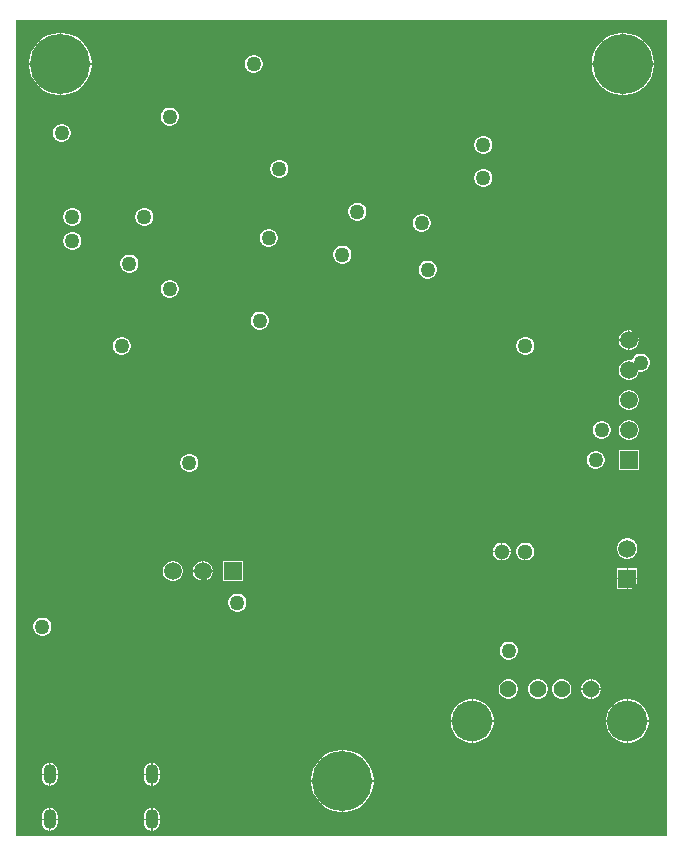
<source format=gbr>
G04*
G04 #@! TF.GenerationSoftware,Altium Limited,Altium Designer,25.2.1 (25)*
G04*
G04 Layer_Physical_Order=3*
G04 Layer_Color=16440176*
%FSLAX25Y25*%
%MOIN*%
G70*
G04*
G04 #@! TF.SameCoordinates,CDFB58AD-87DA-4B59-9970-4E5CFD4F10CE*
G04*
G04*
G04 #@! TF.FilePolarity,Positive*
G04*
G01*
G75*
G04:AMPARAMS|DCode=60|XSize=43.31mil|YSize=66.93mil|CornerRadius=21.65mil|HoleSize=0mil|Usage=FLASHONLY|Rotation=0.000|XOffset=0mil|YOffset=0mil|HoleType=Round|Shape=RoundedRectangle|*
%AMROUNDEDRECTD60*
21,1,0.04331,0.02362,0,0,0.0*
21,1,0.00000,0.06693,0,0,0.0*
1,1,0.04331,0.00000,-0.01181*
1,1,0.04331,0.00000,-0.01181*
1,1,0.04331,0.00000,0.01181*
1,1,0.04331,0.00000,0.01181*
%
%ADD60ROUNDEDRECTD60*%
%ADD70R,0.05906X0.05906*%
%ADD71C,0.05906*%
%ADD72C,0.13583*%
%ADD73C,0.05634*%
%ADD74C,0.20000*%
%ADD75R,0.05906X0.05906*%
%ADD76C,0.05118*%
%ADD77C,0.05000*%
G36*
X699199Y108155D02*
X698845Y107801D01*
X696929Y107801D01*
X696929Y107801D01*
X695929Y107801D01*
X695929Y107801D01*
X482301Y107801D01*
X482301Y379699D01*
X699199Y379699D01*
X699199Y108155D01*
D02*
G37*
%LPC*%
G36*
X685319Y375400D02*
X684700D01*
Y365200D01*
X694900D01*
Y365819D01*
X694644Y367435D01*
X694138Y368992D01*
X693395Y370451D01*
X692433Y371775D01*
X691275Y372933D01*
X689951Y373895D01*
X688492Y374638D01*
X686935Y375144D01*
X685319Y375400D01*
D02*
G37*
G36*
X684300D02*
X683681D01*
X682065Y375144D01*
X680508Y374638D01*
X679049Y373895D01*
X677725Y372933D01*
X676567Y371775D01*
X675605Y370451D01*
X674862Y368992D01*
X674356Y367435D01*
X674100Y365819D01*
Y365200D01*
X684300D01*
Y375400D01*
D02*
G37*
G36*
X497819D02*
X497200D01*
Y365200D01*
X507400D01*
Y365819D01*
X507144Y367435D01*
X506638Y368992D01*
X505895Y370451D01*
X504933Y371775D01*
X503775Y372933D01*
X502451Y373895D01*
X500992Y374638D01*
X499435Y375144D01*
X497819Y375400D01*
D02*
G37*
G36*
X496800D02*
X496181D01*
X494565Y375144D01*
X493008Y374638D01*
X491549Y373895D01*
X490225Y372933D01*
X489067Y371775D01*
X488105Y370451D01*
X487362Y368992D01*
X486856Y367435D01*
X486600Y365819D01*
Y365200D01*
X496800D01*
Y375400D01*
D02*
G37*
G36*
X561895Y368000D02*
X561105D01*
X560342Y367796D01*
X559658Y367401D01*
X559099Y366842D01*
X558704Y366158D01*
X558500Y365395D01*
Y364605D01*
X558704Y363842D01*
X559099Y363158D01*
X559658Y362599D01*
X560342Y362204D01*
X561105Y362000D01*
X561895D01*
X562658Y362204D01*
X563342Y362599D01*
X563901Y363158D01*
X564296Y363842D01*
X564500Y364605D01*
Y365395D01*
X564296Y366158D01*
X563901Y366842D01*
X563342Y367401D01*
X562658Y367796D01*
X561895Y368000D01*
D02*
G37*
G36*
X694900Y364800D02*
X684700D01*
Y354600D01*
X685319D01*
X686935Y354856D01*
X688492Y355362D01*
X689951Y356105D01*
X691275Y357067D01*
X692433Y358225D01*
X693395Y359549D01*
X694138Y361008D01*
X694644Y362565D01*
X694900Y364181D01*
Y364800D01*
D02*
G37*
G36*
X684300D02*
X674100D01*
Y364181D01*
X674356Y362565D01*
X674862Y361008D01*
X675605Y359549D01*
X676567Y358225D01*
X677725Y357067D01*
X679049Y356105D01*
X680508Y355362D01*
X682065Y354856D01*
X683681Y354600D01*
X684300D01*
Y364800D01*
D02*
G37*
G36*
X507400D02*
X497200D01*
Y354600D01*
X497819D01*
X499435Y354856D01*
X500992Y355362D01*
X502451Y356105D01*
X503775Y357067D01*
X504933Y358225D01*
X505895Y359549D01*
X506638Y361008D01*
X507144Y362565D01*
X507400Y364181D01*
Y364800D01*
D02*
G37*
G36*
X496800D02*
X486600D01*
Y364181D01*
X486856Y362565D01*
X487362Y361008D01*
X488105Y359549D01*
X489067Y358225D01*
X490225Y357067D01*
X491549Y356105D01*
X493008Y355362D01*
X494565Y354856D01*
X496181Y354600D01*
X496800D01*
Y364800D01*
D02*
G37*
G36*
X533895Y350500D02*
X533105D01*
X532342Y350296D01*
X531658Y349901D01*
X531099Y349342D01*
X530704Y348658D01*
X530500Y347895D01*
Y347105D01*
X530704Y346342D01*
X531099Y345658D01*
X531658Y345099D01*
X532342Y344704D01*
X533105Y344500D01*
X533895D01*
X534658Y344704D01*
X535342Y345099D01*
X535901Y345658D01*
X536296Y346342D01*
X536500Y347105D01*
Y347895D01*
X536296Y348658D01*
X535901Y349342D01*
X535342Y349901D01*
X534658Y350296D01*
X533895Y350500D01*
D02*
G37*
G36*
X497895Y345000D02*
X497105D01*
X496342Y344796D01*
X495658Y344401D01*
X495099Y343842D01*
X494704Y343158D01*
X494500Y342395D01*
Y341605D01*
X494704Y340842D01*
X495099Y340158D01*
X495658Y339599D01*
X496342Y339204D01*
X497105Y339000D01*
X497895D01*
X498658Y339204D01*
X499342Y339599D01*
X499901Y340158D01*
X500296Y340842D01*
X500500Y341605D01*
Y342395D01*
X500296Y343158D01*
X499901Y343842D01*
X499342Y344401D01*
X498658Y344796D01*
X497895Y345000D01*
D02*
G37*
G36*
X638395Y341000D02*
X637605D01*
X636842Y340796D01*
X636158Y340401D01*
X635599Y339842D01*
X635204Y339158D01*
X635000Y338395D01*
Y337605D01*
X635204Y336842D01*
X635599Y336158D01*
X636158Y335599D01*
X636842Y335204D01*
X637605Y335000D01*
X638395D01*
X639158Y335204D01*
X639842Y335599D01*
X640401Y336158D01*
X640796Y336842D01*
X641000Y337605D01*
Y338395D01*
X640796Y339158D01*
X640401Y339842D01*
X639842Y340401D01*
X639158Y340796D01*
X638395Y341000D01*
D02*
G37*
G36*
X570395Y333000D02*
X569605D01*
X568842Y332796D01*
X568158Y332401D01*
X567599Y331842D01*
X567204Y331158D01*
X567000Y330395D01*
Y329605D01*
X567204Y328842D01*
X567599Y328158D01*
X568158Y327599D01*
X568842Y327204D01*
X569605Y327000D01*
X570395D01*
X571158Y327204D01*
X571842Y327599D01*
X572401Y328158D01*
X572796Y328842D01*
X573000Y329605D01*
Y330395D01*
X572796Y331158D01*
X572401Y331842D01*
X571842Y332401D01*
X571158Y332796D01*
X570395Y333000D01*
D02*
G37*
G36*
X638395Y330000D02*
X637605D01*
X636842Y329796D01*
X636158Y329401D01*
X635599Y328842D01*
X635204Y328158D01*
X635000Y327395D01*
Y326605D01*
X635204Y325842D01*
X635599Y325158D01*
X636158Y324599D01*
X636842Y324204D01*
X637605Y324000D01*
X638395D01*
X639158Y324204D01*
X639842Y324599D01*
X640401Y325158D01*
X640796Y325842D01*
X641000Y326605D01*
Y327395D01*
X640796Y328158D01*
X640401Y328842D01*
X639842Y329401D01*
X639158Y329796D01*
X638395Y330000D01*
D02*
G37*
G36*
X596395Y318750D02*
X595605D01*
X594842Y318546D01*
X594158Y318151D01*
X593599Y317592D01*
X593204Y316908D01*
X593000Y316145D01*
Y315355D01*
X593204Y314592D01*
X593599Y313908D01*
X594158Y313349D01*
X594842Y312954D01*
X595605Y312750D01*
X596395D01*
X597158Y312954D01*
X597842Y313349D01*
X598401Y313908D01*
X598796Y314592D01*
X599000Y315355D01*
Y316145D01*
X598796Y316908D01*
X598401Y317592D01*
X597842Y318151D01*
X597158Y318546D01*
X596395Y318750D01*
D02*
G37*
G36*
X525395Y317000D02*
X524605D01*
X523842Y316796D01*
X523158Y316401D01*
X522599Y315842D01*
X522204Y315158D01*
X522000Y314395D01*
Y313605D01*
X522204Y312842D01*
X522599Y312158D01*
X523158Y311599D01*
X523842Y311204D01*
X524605Y311000D01*
X525395D01*
X526158Y311204D01*
X526842Y311599D01*
X527401Y312158D01*
X527796Y312842D01*
X528000Y313605D01*
Y314395D01*
X527796Y315158D01*
X527401Y315842D01*
X526842Y316401D01*
X526158Y316796D01*
X525395Y317000D01*
D02*
G37*
G36*
X501395D02*
X500605D01*
X499842Y316796D01*
X499158Y316401D01*
X498599Y315842D01*
X498204Y315158D01*
X498000Y314395D01*
Y313605D01*
X498204Y312842D01*
X498599Y312158D01*
X499158Y311599D01*
X499842Y311204D01*
X500605Y311000D01*
X501395D01*
X502158Y311204D01*
X502842Y311599D01*
X503401Y312158D01*
X503796Y312842D01*
X504000Y313605D01*
Y314395D01*
X503796Y315158D01*
X503401Y315842D01*
X502842Y316401D01*
X502158Y316796D01*
X501395Y317000D01*
D02*
G37*
G36*
X617895Y315000D02*
X617105D01*
X616342Y314796D01*
X615658Y314401D01*
X615099Y313842D01*
X614704Y313158D01*
X614500Y312395D01*
Y311605D01*
X614704Y310842D01*
X615099Y310158D01*
X615658Y309599D01*
X616342Y309204D01*
X617105Y309000D01*
X617895D01*
X618658Y309204D01*
X619342Y309599D01*
X619901Y310158D01*
X620296Y310842D01*
X620500Y311605D01*
Y312395D01*
X620296Y313158D01*
X619901Y313842D01*
X619342Y314401D01*
X618658Y314796D01*
X617895Y315000D01*
D02*
G37*
G36*
X566895Y310000D02*
X566105D01*
X565342Y309796D01*
X564658Y309401D01*
X564099Y308842D01*
X563704Y308158D01*
X563500Y307395D01*
Y306605D01*
X563704Y305842D01*
X564099Y305158D01*
X564658Y304599D01*
X565342Y304204D01*
X566105Y304000D01*
X566895D01*
X567658Y304204D01*
X568342Y304599D01*
X568901Y305158D01*
X569296Y305842D01*
X569500Y306605D01*
Y307395D01*
X569296Y308158D01*
X568901Y308842D01*
X568342Y309401D01*
X567658Y309796D01*
X566895Y310000D01*
D02*
G37*
G36*
X501395Y309000D02*
X500605D01*
X499842Y308796D01*
X499158Y308401D01*
X498599Y307842D01*
X498204Y307158D01*
X498000Y306395D01*
Y305605D01*
X498204Y304842D01*
X498599Y304158D01*
X499158Y303599D01*
X499842Y303204D01*
X500605Y303000D01*
X501395D01*
X502158Y303204D01*
X502842Y303599D01*
X503401Y304158D01*
X503796Y304842D01*
X504000Y305605D01*
Y306395D01*
X503796Y307158D01*
X503401Y307842D01*
X502842Y308401D01*
X502158Y308796D01*
X501395Y309000D01*
D02*
G37*
G36*
X591395Y304500D02*
X590605D01*
X589842Y304296D01*
X589158Y303901D01*
X588599Y303342D01*
X588204Y302658D01*
X588000Y301895D01*
Y301105D01*
X588204Y300342D01*
X588599Y299658D01*
X589158Y299099D01*
X589842Y298704D01*
X590605Y298500D01*
X591395D01*
X592158Y298704D01*
X592842Y299099D01*
X593401Y299658D01*
X593796Y300342D01*
X594000Y301105D01*
Y301895D01*
X593796Y302658D01*
X593401Y303342D01*
X592842Y303901D01*
X592158Y304296D01*
X591395Y304500D01*
D02*
G37*
G36*
X520395Y301500D02*
X519605D01*
X518842Y301296D01*
X518158Y300901D01*
X517599Y300342D01*
X517204Y299658D01*
X517000Y298895D01*
Y298105D01*
X517204Y297342D01*
X517599Y296658D01*
X518158Y296099D01*
X518842Y295704D01*
X519605Y295500D01*
X520395D01*
X521158Y295704D01*
X521842Y296099D01*
X522401Y296658D01*
X522796Y297342D01*
X523000Y298105D01*
Y298895D01*
X522796Y299658D01*
X522401Y300342D01*
X521842Y300901D01*
X521158Y301296D01*
X520395Y301500D01*
D02*
G37*
G36*
X619895Y299500D02*
X619105D01*
X618342Y299296D01*
X617658Y298901D01*
X617099Y298342D01*
X616704Y297658D01*
X616500Y296895D01*
Y296105D01*
X616704Y295342D01*
X617099Y294658D01*
X617658Y294099D01*
X618342Y293704D01*
X619105Y293500D01*
X619895D01*
X620658Y293704D01*
X621342Y294099D01*
X621901Y294658D01*
X622296Y295342D01*
X622500Y296105D01*
Y296895D01*
X622296Y297658D01*
X621901Y298342D01*
X621342Y298901D01*
X620658Y299296D01*
X619895Y299500D01*
D02*
G37*
G36*
X533895Y293000D02*
X533105D01*
X532342Y292796D01*
X531658Y292401D01*
X531099Y291842D01*
X530704Y291158D01*
X530500Y290395D01*
Y289605D01*
X530704Y288842D01*
X531099Y288158D01*
X531658Y287599D01*
X532342Y287204D01*
X533105Y287000D01*
X533895D01*
X534658Y287204D01*
X535342Y287599D01*
X535901Y288158D01*
X536296Y288842D01*
X536500Y289605D01*
Y290395D01*
X536296Y291158D01*
X535901Y291842D01*
X535342Y292401D01*
X534658Y292796D01*
X533895Y293000D01*
D02*
G37*
G36*
X563895Y282500D02*
X563105D01*
X562342Y282296D01*
X561658Y281901D01*
X561099Y281342D01*
X560704Y280658D01*
X560500Y279895D01*
Y279105D01*
X560704Y278342D01*
X561099Y277658D01*
X561658Y277099D01*
X562342Y276704D01*
X563105Y276500D01*
X563895D01*
X564658Y276704D01*
X565342Y277099D01*
X565901Y277658D01*
X566296Y278342D01*
X566500Y279105D01*
Y279895D01*
X566296Y280658D01*
X565901Y281342D01*
X565342Y281901D01*
X564658Y282296D01*
X563895Y282500D01*
D02*
G37*
G36*
X686941Y276353D02*
X686700D01*
Y273200D01*
X689853D01*
Y273441D01*
X689624Y274294D01*
X689183Y275059D01*
X688559Y275683D01*
X687794Y276124D01*
X686941Y276353D01*
D02*
G37*
G36*
X686300D02*
X686059D01*
X685206Y276124D01*
X684441Y275683D01*
X683817Y275059D01*
X683376Y274294D01*
X683147Y273441D01*
Y273200D01*
X686300D01*
Y276353D01*
D02*
G37*
G36*
X689853Y272800D02*
X686700D01*
Y269647D01*
X686941D01*
X687794Y269876D01*
X688559Y270317D01*
X689183Y270941D01*
X689624Y271706D01*
X689853Y272559D01*
Y272800D01*
D02*
G37*
G36*
X686300D02*
X683147D01*
Y272559D01*
X683376Y271706D01*
X683817Y270941D01*
X684441Y270317D01*
X685206Y269876D01*
X686059Y269647D01*
X686300D01*
Y272800D01*
D02*
G37*
G36*
X652395Y274000D02*
X651605D01*
X650842Y273796D01*
X650158Y273401D01*
X649599Y272842D01*
X649204Y272158D01*
X649000Y271395D01*
Y270605D01*
X649204Y269842D01*
X649599Y269158D01*
X650158Y268599D01*
X650842Y268204D01*
X651605Y268000D01*
X652395D01*
X653158Y268204D01*
X653842Y268599D01*
X654401Y269158D01*
X654796Y269842D01*
X655000Y270605D01*
Y271395D01*
X654796Y272158D01*
X654401Y272842D01*
X653842Y273401D01*
X653158Y273796D01*
X652395Y274000D01*
D02*
G37*
G36*
X517895D02*
X517105D01*
X516342Y273796D01*
X515658Y273401D01*
X515099Y272842D01*
X514704Y272158D01*
X514500Y271395D01*
Y270605D01*
X514704Y269842D01*
X515099Y269158D01*
X515658Y268599D01*
X516342Y268204D01*
X517105Y268000D01*
X517895D01*
X518658Y268204D01*
X519342Y268599D01*
X519901Y269158D01*
X520296Y269842D01*
X520500Y270605D01*
Y271395D01*
X520296Y272158D01*
X519901Y272842D01*
X519342Y273401D01*
X518658Y273796D01*
X517895Y274000D01*
D02*
G37*
G36*
X690895Y268500D02*
X690105D01*
X689342Y268296D01*
X688658Y267901D01*
X688099Y267342D01*
X687704Y266658D01*
X687669Y266524D01*
X687235Y266274D01*
X686941Y266353D01*
X686059D01*
X685206Y266124D01*
X684441Y265683D01*
X683817Y265059D01*
X683376Y264294D01*
X683147Y263441D01*
Y262559D01*
X683376Y261706D01*
X683817Y260941D01*
X684441Y260317D01*
X685206Y259876D01*
X686059Y259647D01*
X686941D01*
X687794Y259876D01*
X688559Y260317D01*
X689183Y260941D01*
X689624Y261706D01*
X689853Y262559D01*
X689861Y262565D01*
X690105Y262500D01*
X690895D01*
X691658Y262704D01*
X692342Y263099D01*
X692901Y263658D01*
X693296Y264342D01*
X693500Y265105D01*
Y265895D01*
X693296Y266658D01*
X692901Y267342D01*
X692342Y267901D01*
X691658Y268296D01*
X690895Y268500D01*
D02*
G37*
G36*
X686941Y256353D02*
X686059D01*
X685206Y256124D01*
X684441Y255683D01*
X683817Y255059D01*
X683376Y254294D01*
X683147Y253441D01*
Y252559D01*
X683376Y251706D01*
X683817Y250941D01*
X684441Y250317D01*
X685206Y249876D01*
X686059Y249647D01*
X686941D01*
X687794Y249876D01*
X688559Y250317D01*
X689183Y250941D01*
X689624Y251706D01*
X689853Y252559D01*
Y253441D01*
X689624Y254294D01*
X689183Y255059D01*
X688559Y255683D01*
X687794Y256124D01*
X686941Y256353D01*
D02*
G37*
G36*
X677895Y246000D02*
X677105D01*
X676342Y245796D01*
X675658Y245401D01*
X675099Y244842D01*
X674704Y244158D01*
X674500Y243395D01*
Y242605D01*
X674704Y241842D01*
X675099Y241158D01*
X675658Y240599D01*
X676342Y240204D01*
X677105Y240000D01*
X677895D01*
X678658Y240204D01*
X679342Y240599D01*
X679901Y241158D01*
X680296Y241842D01*
X680500Y242605D01*
Y243395D01*
X680296Y244158D01*
X679901Y244842D01*
X679342Y245401D01*
X678658Y245796D01*
X677895Y246000D01*
D02*
G37*
G36*
X686941Y246353D02*
X686059D01*
X685206Y246124D01*
X684441Y245683D01*
X683817Y245059D01*
X683376Y244294D01*
X683147Y243441D01*
Y242559D01*
X683376Y241706D01*
X683817Y240941D01*
X684441Y240317D01*
X685206Y239876D01*
X686059Y239647D01*
X686941D01*
X687794Y239876D01*
X688559Y240317D01*
X689183Y240941D01*
X689624Y241706D01*
X689853Y242559D01*
Y243441D01*
X689624Y244294D01*
X689183Y245059D01*
X688559Y245683D01*
X687794Y246124D01*
X686941Y246353D01*
D02*
G37*
G36*
X675895Y236000D02*
X675105D01*
X674342Y235796D01*
X673658Y235401D01*
X673099Y234842D01*
X672704Y234158D01*
X672500Y233395D01*
Y232605D01*
X672704Y231842D01*
X673099Y231158D01*
X673658Y230599D01*
X674342Y230204D01*
X675105Y230000D01*
X675895D01*
X676658Y230204D01*
X677342Y230599D01*
X677901Y231158D01*
X678296Y231842D01*
X678500Y232605D01*
Y233395D01*
X678296Y234158D01*
X677901Y234842D01*
X677342Y235401D01*
X676658Y235796D01*
X675895Y236000D01*
D02*
G37*
G36*
X689853Y236353D02*
X683147D01*
Y229647D01*
X689853D01*
Y236353D01*
D02*
G37*
G36*
X540395Y235000D02*
X539605D01*
X538842Y234796D01*
X538158Y234401D01*
X537599Y233842D01*
X537204Y233158D01*
X537000Y232395D01*
Y231605D01*
X537204Y230842D01*
X537599Y230158D01*
X538158Y229599D01*
X538842Y229204D01*
X539605Y229000D01*
X540395D01*
X541158Y229204D01*
X541842Y229599D01*
X542401Y230158D01*
X542796Y230842D01*
X543000Y231605D01*
Y232395D01*
X542796Y233158D01*
X542401Y233842D01*
X541842Y234401D01*
X541158Y234796D01*
X540395Y235000D01*
D02*
G37*
G36*
X644516Y205459D02*
X644326D01*
Y202700D01*
X647085D01*
Y202890D01*
X646883Y203642D01*
X646494Y204317D01*
X645943Y204868D01*
X645268Y205257D01*
X644516Y205459D01*
D02*
G37*
G36*
X643926D02*
X643736D01*
X642984Y205257D01*
X642309Y204868D01*
X641758Y204317D01*
X641369Y203642D01*
X641167Y202890D01*
Y202700D01*
X643926D01*
Y205459D01*
D02*
G37*
G36*
X686441Y206853D02*
X685559D01*
X684706Y206624D01*
X683941Y206183D01*
X683317Y205559D01*
X682876Y204794D01*
X682647Y203941D01*
Y203059D01*
X682876Y202206D01*
X683317Y201441D01*
X683941Y200817D01*
X684706Y200376D01*
X685559Y200147D01*
X686441D01*
X687294Y200376D01*
X688059Y200817D01*
X688683Y201441D01*
X689124Y202206D01*
X689353Y203059D01*
Y203941D01*
X689124Y204794D01*
X688683Y205559D01*
X688059Y206183D01*
X687294Y206624D01*
X686441Y206853D01*
D02*
G37*
G36*
X652390Y205459D02*
X651610D01*
X650858Y205257D01*
X650183Y204868D01*
X649632Y204317D01*
X649243Y203642D01*
X649041Y202890D01*
Y202110D01*
X649243Y201358D01*
X649632Y200683D01*
X650183Y200132D01*
X650858Y199743D01*
X651610Y199541D01*
X652390D01*
X653142Y199743D01*
X653817Y200132D01*
X654368Y200683D01*
X654757Y201358D01*
X654959Y202110D01*
Y202890D01*
X654757Y203642D01*
X654368Y204317D01*
X653817Y204868D01*
X653142Y205257D01*
X652390Y205459D01*
D02*
G37*
G36*
X647085Y202300D02*
X644326D01*
Y199541D01*
X644516D01*
X645268Y199743D01*
X645943Y200132D01*
X646494Y200683D01*
X646883Y201358D01*
X647085Y202110D01*
Y202300D01*
D02*
G37*
G36*
X643926D02*
X641167D01*
Y202110D01*
X641369Y201358D01*
X641758Y200683D01*
X642309Y200132D01*
X642984Y199743D01*
X643736Y199541D01*
X643926D01*
Y202300D01*
D02*
G37*
G36*
X544941Y199353D02*
X544700D01*
Y196200D01*
X547853D01*
Y196441D01*
X547624Y197294D01*
X547183Y198059D01*
X546559Y198683D01*
X545794Y199124D01*
X544941Y199353D01*
D02*
G37*
G36*
X544300D02*
X544059D01*
X543206Y199124D01*
X542441Y198683D01*
X541817Y198059D01*
X541376Y197294D01*
X541147Y196441D01*
Y196200D01*
X544300D01*
Y199353D01*
D02*
G37*
G36*
X689353Y196853D02*
X686200D01*
Y193700D01*
X689353D01*
Y196853D01*
D02*
G37*
G36*
X685800D02*
X682647D01*
Y193700D01*
X685800D01*
Y196853D01*
D02*
G37*
G36*
X557853Y199353D02*
X551147D01*
Y192647D01*
X557853D01*
Y199353D01*
D02*
G37*
G36*
X547853Y195800D02*
X544700D01*
Y192647D01*
X544941D01*
X545794Y192876D01*
X546559Y193317D01*
X547183Y193941D01*
X547624Y194706D01*
X547853Y195559D01*
Y195800D01*
D02*
G37*
G36*
X544300D02*
X541147D01*
Y195559D01*
X541376Y194706D01*
X541817Y193941D01*
X542441Y193317D01*
X543206Y192876D01*
X544059Y192647D01*
X544300D01*
Y195800D01*
D02*
G37*
G36*
X534941Y199353D02*
X534059D01*
X533206Y199124D01*
X532441Y198683D01*
X531817Y198059D01*
X531376Y197294D01*
X531147Y196441D01*
Y195559D01*
X531376Y194706D01*
X531817Y193941D01*
X532441Y193317D01*
X533206Y192876D01*
X534059Y192647D01*
X534941D01*
X535794Y192876D01*
X536559Y193317D01*
X537183Y193941D01*
X537624Y194706D01*
X537853Y195559D01*
Y196441D01*
X537624Y197294D01*
X537183Y198059D01*
X536559Y198683D01*
X535794Y199124D01*
X534941Y199353D01*
D02*
G37*
G36*
X689353Y193300D02*
X686200D01*
Y190147D01*
X689353D01*
Y193300D01*
D02*
G37*
G36*
X685800D02*
X682647D01*
Y190147D01*
X685800D01*
Y193300D01*
D02*
G37*
G36*
X556395Y188500D02*
X555605D01*
X554842Y188296D01*
X554158Y187901D01*
X553599Y187342D01*
X553204Y186658D01*
X553000Y185895D01*
Y185105D01*
X553204Y184342D01*
X553599Y183658D01*
X554158Y183099D01*
X554842Y182704D01*
X555605Y182500D01*
X556395D01*
X557158Y182704D01*
X557842Y183099D01*
X558401Y183658D01*
X558796Y184342D01*
X559000Y185105D01*
Y185895D01*
X558796Y186658D01*
X558401Y187342D01*
X557842Y187901D01*
X557158Y188296D01*
X556395Y188500D01*
D02*
G37*
G36*
X491395Y180500D02*
X490605D01*
X489842Y180296D01*
X489158Y179901D01*
X488599Y179342D01*
X488204Y178658D01*
X488000Y177895D01*
Y177105D01*
X488204Y176342D01*
X488599Y175658D01*
X489158Y175099D01*
X489842Y174704D01*
X490605Y174500D01*
X491395D01*
X492158Y174704D01*
X492842Y175099D01*
X493401Y175658D01*
X493796Y176342D01*
X494000Y177105D01*
Y177895D01*
X493796Y178658D01*
X493401Y179342D01*
X492842Y179901D01*
X492158Y180296D01*
X491395Y180500D01*
D02*
G37*
G36*
X646895Y172500D02*
X646105D01*
X645342Y172296D01*
X644658Y171901D01*
X644099Y171342D01*
X643704Y170658D01*
X643500Y169895D01*
Y169105D01*
X643704Y168342D01*
X644099Y167658D01*
X644658Y167099D01*
X645342Y166704D01*
X646105Y166500D01*
X646895D01*
X647658Y166704D01*
X648342Y167099D01*
X648901Y167658D01*
X649296Y168342D01*
X649500Y169105D01*
Y169895D01*
X649296Y170658D01*
X648901Y171342D01*
X648342Y171901D01*
X647658Y172296D01*
X646895Y172500D01*
D02*
G37*
G36*
X674337Y159886D02*
X674113D01*
Y156869D01*
X677130D01*
Y157093D01*
X676911Y157911D01*
X676488Y158644D01*
X675889Y159244D01*
X675155Y159667D01*
X674337Y159886D01*
D02*
G37*
G36*
X673713D02*
X673490D01*
X672672Y159667D01*
X671938Y159244D01*
X671339Y158644D01*
X670916Y157911D01*
X670696Y157093D01*
Y156869D01*
X673713D01*
Y159886D01*
D02*
G37*
G36*
X677130Y156469D02*
X674113D01*
Y153452D01*
X674337D01*
X675155Y153672D01*
X675889Y154095D01*
X676488Y154694D01*
X676911Y155428D01*
X677130Y156246D01*
Y156469D01*
D02*
G37*
G36*
X673713D02*
X670696D01*
Y156246D01*
X670916Y155428D01*
X671339Y154694D01*
X671938Y154095D01*
X672672Y153672D01*
X673490Y153452D01*
X673713D01*
Y156469D01*
D02*
G37*
G36*
X664494Y159886D02*
X663647D01*
X662829Y159667D01*
X662096Y159244D01*
X661497Y158644D01*
X661073Y157911D01*
X660854Y157093D01*
Y156246D01*
X661073Y155428D01*
X661497Y154694D01*
X662096Y154095D01*
X662829Y153672D01*
X663647Y153452D01*
X664494D01*
X665313Y153672D01*
X666046Y154095D01*
X666645Y154694D01*
X667069Y155428D01*
X667288Y156246D01*
Y157093D01*
X667069Y157911D01*
X666645Y158644D01*
X666046Y159244D01*
X665313Y159667D01*
X664494Y159886D01*
D02*
G37*
G36*
X656620D02*
X655773D01*
X654955Y159667D01*
X654222Y159244D01*
X653623Y158644D01*
X653199Y157911D01*
X652980Y157093D01*
Y156246D01*
X653199Y155428D01*
X653623Y154694D01*
X654222Y154095D01*
X654955Y153672D01*
X655773Y153452D01*
X656620D01*
X657439Y153672D01*
X658172Y154095D01*
X658771Y154694D01*
X659195Y155428D01*
X659414Y156246D01*
Y157093D01*
X659195Y157911D01*
X658771Y158644D01*
X658172Y159244D01*
X657439Y159667D01*
X656620Y159886D01*
D02*
G37*
G36*
X646778D02*
X645931D01*
X645113Y159667D01*
X644379Y159244D01*
X643780Y158644D01*
X643357Y157911D01*
X643137Y157093D01*
Y156246D01*
X643357Y155428D01*
X643780Y154694D01*
X644379Y154095D01*
X645113Y153672D01*
X645931Y153452D01*
X646778D01*
X647596Y153672D01*
X648330Y154095D01*
X648928Y154694D01*
X649352Y155428D01*
X649571Y156246D01*
Y157093D01*
X649352Y157911D01*
X648928Y158644D01*
X648330Y159244D01*
X647596Y159667D01*
X646778Y159886D01*
D02*
G37*
G36*
X686708Y153191D02*
X686200D01*
Y146200D01*
X693191D01*
Y146708D01*
X692915Y148098D01*
X692373Y149406D01*
X691586Y150584D01*
X690584Y151586D01*
X689406Y152373D01*
X688098Y152915D01*
X686708Y153191D01*
D02*
G37*
G36*
X685800D02*
X685292D01*
X683902Y152915D01*
X682594Y152373D01*
X681416Y151586D01*
X680414Y150584D01*
X679627Y149406D01*
X679085Y148098D01*
X678809Y146708D01*
Y146200D01*
X685800D01*
Y153191D01*
D02*
G37*
G36*
X634976D02*
X634468D01*
Y146200D01*
X641459D01*
Y146708D01*
X641183Y148098D01*
X640641Y149406D01*
X639854Y150584D01*
X638852Y151586D01*
X637674Y152373D01*
X636365Y152915D01*
X634976Y153191D01*
D02*
G37*
G36*
X634068D02*
X633559D01*
X632170Y152915D01*
X630861Y152373D01*
X629683Y151586D01*
X628682Y150584D01*
X627895Y149406D01*
X627353Y148098D01*
X627076Y146708D01*
Y146200D01*
X634068D01*
Y153191D01*
D02*
G37*
G36*
X693191Y145800D02*
X686200D01*
Y138809D01*
X686708D01*
X688098Y139085D01*
X689406Y139627D01*
X690584Y140414D01*
X691586Y141416D01*
X692373Y142594D01*
X692915Y143902D01*
X693191Y145292D01*
Y145800D01*
D02*
G37*
G36*
X685800D02*
X678809D01*
Y145292D01*
X679085Y143902D01*
X679627Y142594D01*
X680414Y141416D01*
X681416Y140414D01*
X682594Y139627D01*
X683902Y139085D01*
X685292Y138809D01*
X685800D01*
Y145800D01*
D02*
G37*
G36*
X641459D02*
X634468D01*
Y138809D01*
X634976D01*
X636365Y139085D01*
X637674Y139627D01*
X638852Y140414D01*
X639854Y141416D01*
X640641Y142594D01*
X641183Y143902D01*
X641459Y145292D01*
Y145800D01*
D02*
G37*
G36*
X634068D02*
X627076D01*
Y145292D01*
X627353Y143902D01*
X627895Y142594D01*
X628682Y141416D01*
X629683Y140414D01*
X630861Y139627D01*
X632170Y139085D01*
X633559Y138809D01*
X634068D01*
Y145800D01*
D02*
G37*
G36*
X527724Y131927D02*
Y128385D01*
X530111D01*
Y129366D01*
X530023Y130036D01*
X529765Y130660D01*
X529353Y131196D01*
X528817Y131607D01*
X528193Y131866D01*
X527724Y131927D01*
D02*
G37*
G36*
X527324D02*
X526854Y131866D01*
X526230Y131607D01*
X525694Y131196D01*
X525283Y130660D01*
X525024Y130036D01*
X524936Y129366D01*
Y128385D01*
X527324D01*
Y131927D01*
D02*
G37*
G36*
X493708D02*
Y128385D01*
X496095D01*
Y129366D01*
X496007Y130036D01*
X495749Y130660D01*
X495337Y131196D01*
X494802Y131607D01*
X494178Y131866D01*
X493708Y131927D01*
D02*
G37*
G36*
X493308D02*
X492838Y131866D01*
X492214Y131607D01*
X491678Y131196D01*
X491267Y130660D01*
X491009Y130036D01*
X490920Y129366D01*
Y128385D01*
X493308D01*
Y131927D01*
D02*
G37*
G36*
X591819Y136400D02*
X591200D01*
Y126200D01*
X601400D01*
Y126819D01*
X601144Y128435D01*
X600638Y129992D01*
X599895Y131451D01*
X598933Y132775D01*
X597775Y133933D01*
X596451Y134895D01*
X594992Y135638D01*
X593435Y136144D01*
X591819Y136400D01*
D02*
G37*
G36*
X590800D02*
X590181D01*
X588565Y136144D01*
X587008Y135638D01*
X585549Y134895D01*
X584225Y133933D01*
X583067Y132775D01*
X582105Y131451D01*
X581362Y129992D01*
X580856Y128435D01*
X580600Y126819D01*
Y126200D01*
X590800D01*
Y136400D01*
D02*
G37*
G36*
X530111Y127985D02*
X527724D01*
Y124443D01*
X528193Y124505D01*
X528817Y124763D01*
X529353Y125174D01*
X529765Y125710D01*
X530023Y126334D01*
X530111Y127004D01*
Y127985D01*
D02*
G37*
G36*
X527324D02*
X524936D01*
Y127004D01*
X525024Y126334D01*
X525283Y125710D01*
X525694Y125174D01*
X526230Y124763D01*
X526854Y124505D01*
X527324Y124443D01*
Y127985D01*
D02*
G37*
G36*
X496095D02*
X493708D01*
Y124443D01*
X494178Y124505D01*
X494802Y124763D01*
X495337Y125174D01*
X495749Y125710D01*
X496007Y126334D01*
X496095Y127004D01*
Y127985D01*
D02*
G37*
G36*
X493308D02*
X490920D01*
Y127004D01*
X491009Y126334D01*
X491267Y125710D01*
X491678Y125174D01*
X492214Y124763D01*
X492838Y124505D01*
X493308Y124443D01*
Y127985D01*
D02*
G37*
G36*
X601400Y125800D02*
X591200D01*
Y115600D01*
X591819D01*
X593435Y115856D01*
X594992Y116362D01*
X596451Y117105D01*
X597775Y118067D01*
X598933Y119225D01*
X599895Y120549D01*
X600638Y122008D01*
X601144Y123565D01*
X601400Y125181D01*
Y125800D01*
D02*
G37*
G36*
X590800D02*
X580600D01*
Y125181D01*
X580856Y123565D01*
X581362Y122008D01*
X582105Y120549D01*
X583067Y119225D01*
X584225Y118067D01*
X585549Y117105D01*
X587008Y116362D01*
X588565Y115856D01*
X590181Y115600D01*
X590800D01*
Y125800D01*
D02*
G37*
G36*
X527724Y116967D02*
Y113424D01*
X530111D01*
Y114406D01*
X530023Y115075D01*
X529765Y115699D01*
X529353Y116235D01*
X528817Y116646D01*
X528193Y116905D01*
X527724Y116967D01*
D02*
G37*
G36*
X527324D02*
X526854Y116905D01*
X526230Y116646D01*
X525694Y116235D01*
X525283Y115699D01*
X525024Y115075D01*
X524936Y114406D01*
Y113424D01*
X527324D01*
Y116967D01*
D02*
G37*
G36*
X493708D02*
Y113424D01*
X496095D01*
Y114406D01*
X496007Y115075D01*
X495749Y115699D01*
X495337Y116235D01*
X494802Y116646D01*
X494178Y116905D01*
X493708Y116967D01*
D02*
G37*
G36*
X493308D02*
X492838Y116905D01*
X492214Y116646D01*
X491678Y116235D01*
X491267Y115699D01*
X491009Y115075D01*
X490920Y114406D01*
Y113424D01*
X493308D01*
Y116967D01*
D02*
G37*
G36*
X530111Y113024D02*
X527724D01*
Y109482D01*
X528193Y109544D01*
X528817Y109802D01*
X529353Y110214D01*
X529765Y110750D01*
X530023Y111374D01*
X530111Y112043D01*
Y113024D01*
D02*
G37*
G36*
X527324D02*
X524936D01*
Y112043D01*
X525024Y111374D01*
X525283Y110750D01*
X525694Y110214D01*
X526230Y109802D01*
X526854Y109544D01*
X527324Y109482D01*
Y113024D01*
D02*
G37*
G36*
X496095D02*
X493708D01*
Y109482D01*
X494178Y109544D01*
X494802Y109802D01*
X495337Y110214D01*
X495749Y110750D01*
X496007Y111374D01*
X496095Y112043D01*
Y113024D01*
D02*
G37*
G36*
X493308D02*
X490920D01*
Y112043D01*
X491009Y111374D01*
X491267Y110750D01*
X491678Y110214D01*
X492214Y109802D01*
X492838Y109544D01*
X493308Y109482D01*
Y113024D01*
D02*
G37*
%LPD*%
D60*
X527524Y113224D02*
D03*
X493508D02*
D03*
X527524Y128185D02*
D03*
X493508D02*
D03*
D70*
X686500Y233000D02*
D03*
X686000Y193500D02*
D03*
D71*
X686500Y243000D02*
D03*
Y253000D02*
D03*
Y263000D02*
D03*
Y273000D02*
D03*
X544500Y196000D02*
D03*
X534500D02*
D03*
X686000Y203500D02*
D03*
D72*
Y146000D02*
D03*
X634268D02*
D03*
D73*
X673913Y156669D02*
D03*
X664071D02*
D03*
X656197D02*
D03*
X646354D02*
D03*
D74*
X684500Y365000D02*
D03*
X497000D02*
D03*
X591000Y126000D02*
D03*
D75*
X554500Y196000D02*
D03*
D76*
X652000Y202500D02*
D03*
X644126D02*
D03*
D77*
X562500Y129500D02*
D03*
X690500Y265500D02*
D03*
X634000Y135000D02*
D03*
X686000Y134500D02*
D03*
X596000Y315750D02*
D03*
X591000Y301500D02*
D03*
X571000Y293000D02*
D03*
X619500Y296500D02*
D03*
X675500Y233000D02*
D03*
X637000Y255000D02*
D03*
X646500Y169500D02*
D03*
X517500Y271000D02*
D03*
X677500Y243000D02*
D03*
X561500Y365000D02*
D03*
X563500Y279500D02*
D03*
X617500Y312000D02*
D03*
X652000Y271000D02*
D03*
X520000Y298500D02*
D03*
X638000Y327000D02*
D03*
Y338000D02*
D03*
X566500Y307000D02*
D03*
X533500Y290000D02*
D03*
X570000Y330000D02*
D03*
X540000Y232000D02*
D03*
X525000Y314000D02*
D03*
X533500Y347500D02*
D03*
X497500Y342000D02*
D03*
X501000Y306000D02*
D03*
Y314000D02*
D03*
X502000Y208500D02*
D03*
X534500Y301000D02*
D03*
X603500Y336500D02*
D03*
X577500Y274500D02*
D03*
X544795Y190914D02*
D03*
X679500Y162500D02*
D03*
X689500Y189500D02*
D03*
X690000Y276000D02*
D03*
X599500Y243500D02*
D03*
X653000Y242500D02*
D03*
X657000Y282500D02*
D03*
X613500Y295500D02*
D03*
X571500Y341000D02*
D03*
X578500Y317500D02*
D03*
X529500Y331500D02*
D03*
X493000Y278000D02*
D03*
X522000Y225500D02*
D03*
X527000Y173000D02*
D03*
X499951Y147451D02*
D03*
X544500Y206500D02*
D03*
X556000Y185500D02*
D03*
X491000Y177500D02*
D03*
M02*

</source>
